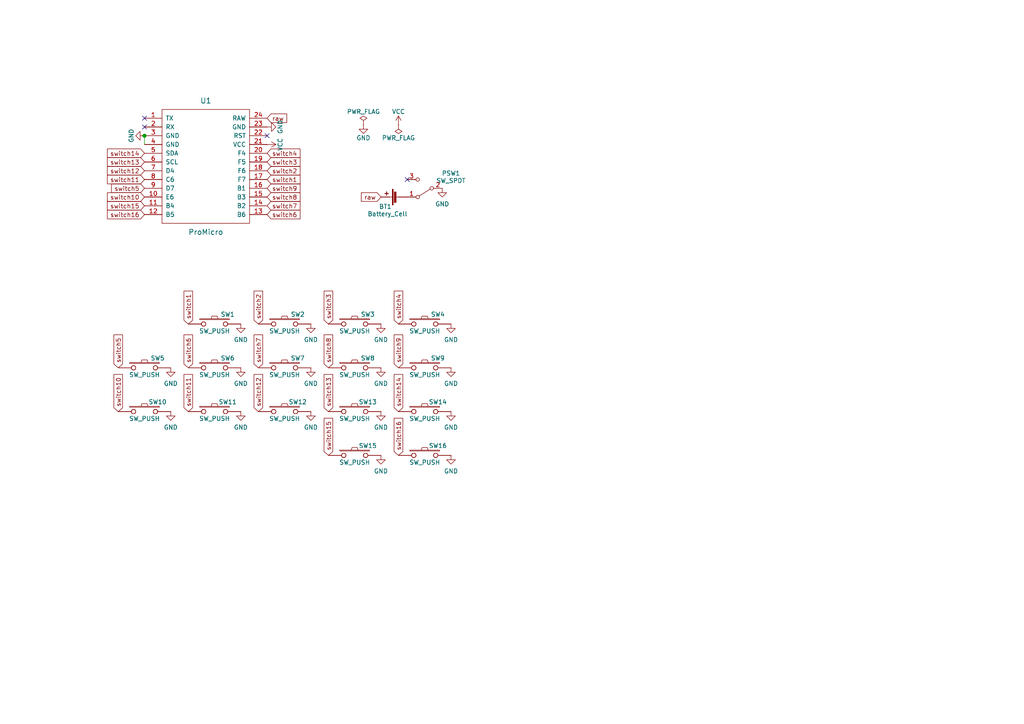
<source format=kicad_sch>
(kicad_sch (version 20210621) (generator eeschema)
  (paper "A4")
  (title_block (title "Hornet") (date "2021-10-11") (rev "0.1") (company "jmnw"))
  (lib_symbols
    (symbol "Device:Battery_Cell" (pin_numbers hide) (pin_names (offset 0) hide)
      (property "Reference" "BT" (at 2.54 2.54 0))
      (property "Value" "Battery_Cell" (at 2.54 0 0))
      (symbol "Battery_Cell_0_1"
        (rectangle (start -2.286 1.778) (end 2.286 1.524) (fill (type outline)))
        (rectangle (start -1.5748 1.1938) (end 1.4732 0.6858) (fill (type outline)))
        (polyline (pts (xy 0 0.762) (xy 0 0)))
        (polyline (pts (xy 0 1.778) (xy 0 2.54)))
        (polyline (pts (xy 0.508 3.429) (xy 1.524 3.429)) (stroke (width 0.254)))
        (polyline (pts (xy 1.016 3.937) (xy 1.016 2.921)) (stroke (width 0.254)))
      )
      (symbol "Battery_Cell_1_1"
        (pin passive line (at 0 5.08 270) (length 2.54) (name "+") (number "1"))
        (pin passive line (at 0 -2.54 90) (length 2.54) (name "-") (number "2"))
      )
    )
    (symbol "Switch:SW_SPDT" (pin_names (offset 0) hide)
      (property "Reference" "SW" (at 0 4.318 0))
      (property "Value" "SW_SPDT" (at 0 -5.08 0))
      (symbol "SW_SPDT_0_0"
        (circle (center -2.032 0) (radius 0.508))
        (circle (center 2.032 -2.54) (radius 0.508))
      )
      (symbol "SW_SPDT_0_1"
        (circle (center 2.032 2.54) (radius 0.508))
        (polyline (pts (xy -1.524 0.254) (xy 1.651 2.286)))
      )
      (symbol "SW_SPDT_1_1"
        (pin passive line (at 5.08 2.54 180) (length 2.54) (name "A") (number "1"))
        (pin passive line (at -5.08 0 0) (length 2.54) (name "B") (number "2"))
        (pin passive line (at 5.08 -2.54 180) (length 2.54) (name "C") (number "3"))
      )
    )
    (symbol "bugs:ProMicro-kbd" (pin_names (offset 1.016))
      (property "Reference" "U" (at 0 24.13 0))
      (property "Value" "ProMicro-kbd" (at 0 -13.97 0))
      (symbol "ProMicro-kbd_0_1"
        (rectangle (start -12.7 21.59) (end 12.7 -11.43))
      )
      (symbol "ProMicro-kbd_1_1"
        (pin bidirectional line (at -17.78 19.05 0) (length 5.08) (name "TX") (number "1"))
        (pin bidirectional line (at -17.78 -3.81 0) (length 5.08) (name "E6") (number "10"))
        (pin bidirectional line (at -17.78 -6.35 0) (length 5.08) (name "B4") (number "11"))
        (pin bidirectional line (at -17.78 -8.89 0) (length 5.08) (name "B5") (number "12"))
        (pin bidirectional line (at 17.78 -8.89 180) (length 5.08) (name "B6") (number "13"))
        (pin bidirectional line (at 17.78 -6.35 180) (length 5.08) (name "B2") (number "14"))
        (pin bidirectional line (at 17.78 -3.81 180) (length 5.08) (name "B3") (number "15"))
        (pin bidirectional line (at 17.78 -1.27 180) (length 5.08) (name "B1") (number "16"))
        (pin bidirectional line (at 17.78 1.27 180) (length 5.08) (name "F7") (number "17"))
        (pin bidirectional line (at 17.78 3.81 180) (length 5.08) (name "F6") (number "18"))
        (pin bidirectional line (at 17.78 6.35 180) (length 5.08) (name "F5") (number "19"))
        (pin bidirectional line (at -17.78 16.51 0) (length 5.08) (name "RX") (number "2"))
        (pin bidirectional line (at 17.78 8.89 180) (length 5.08) (name "F4") (number "20"))
        (pin power_in line (at 17.78 11.43 180) (length 5.08) (name "VCC") (number "21"))
        (pin input line (at 17.78 13.97 180) (length 5.08) (name "RST") (number "22"))
        (pin power_in line (at 17.78 16.51 180) (length 5.08) (name "GND") (number "23"))
        (pin power_out line (at 17.78 19.05 180) (length 5.08) (name "RAW") (number "24"))
        (pin power_in line (at -17.78 13.97 0) (length 5.08) (name "GND") (number "3"))
        (pin power_in line (at -17.78 11.43 0) (length 5.08) (name "GND") (number "4"))
        (pin bidirectional line (at -17.78 8.89 0) (length 5.08) (name "SDA") (number "5"))
        (pin bidirectional line (at -17.78 6.35 0) (length 5.08) (name "SCL") (number "6"))
        (pin bidirectional line (at -17.78 3.81 0) (length 5.08) (name "D4") (number "7"))
        (pin bidirectional line (at -17.78 1.27 0) (length 5.08) (name "C6") (number "8"))
        (pin bidirectional line (at -17.78 -1.27 0) (length 5.08) (name "D7") (number "9"))
      )
    )
    (symbol "bugs:SW_PUSH-kbd" (pin_numbers hide) (pin_names (offset 1.016) hide)
      (property "Reference" "SW" (at 3.81 2.794 0))
      (property "Value" "SW_PUSH-kbd" (at 0 -2.032 0))
      (symbol "SW_PUSH-kbd_0_1"
        (rectangle (start -4.318 1.27) (end 4.318 1.524))
        (polyline (pts (xy -1.016 1.524) (xy -0.762 2.286) (xy 0.762 2.286) (xy 1.016 1.524)))
        (pin passive inverted (at -7.62 0 0) (length 5.08) (name "1") (number "1"))
        (pin passive inverted (at 7.62 0 180) (length 5.08) (name "2") (number "2"))
      )
    )
    (symbol "knott:SW_PUSH-kbd" (pin_numbers hide) (pin_names (offset 1.016) hide)
      (property "Reference" "SW" (at 3.81 2.794 0))
      (property "Value" "SW_PUSH-kbd" (at 0 -2.032 0))
      (symbol "SW_PUSH-kbd_0_1"
        (rectangle (start -4.318 1.27) (end 4.318 1.524))
        (polyline (pts (xy -1.016 1.524) (xy -0.762 2.286) (xy 0.762 2.286) (xy 1.016 1.524)))
        (pin passive inverted (at -7.62 0 0) (length 5.08) (name "1") (number "1"))
        (pin passive inverted (at 7.62 0 180) (length 5.08) (name "2") (number "2"))
      )
    )
    (symbol "power:GND" (power) (pin_names (offset 0))
      (property "Value" "GND" (at 0 -3.81 0))
      (symbol "GND_0_1"
        (polyline (pts (xy 0 0) (xy 0 -1.27) (xy 1.27 -1.27) (xy 0 -2.54) (xy -1.27 -1.27) (xy 0 -1.27)))
      )
      (symbol "GND_1_1"
        (pin power_in line (at 0 0 270) (length 0) hide (name "GND") (number "1"))
      )
    )
    (symbol "power:PWR_FLAG" (power) (pin_numbers hide) (pin_names (offset 0) hide)
      (property "Value" "PWR_FLAG" (at 0 3.81 0))
      (symbol "PWR_FLAG_0_0"
        (pin power_out line (at 0 0 90) (length 0) (name "pwr") (number "1"))
      )
      (symbol "PWR_FLAG_0_1"
        (polyline (pts (xy 0 0) (xy 0 1.27) (xy -1.016 1.905) (xy 0 2.54) (xy 1.016 1.905) (xy 0 1.27)))
      )
    )
    (symbol "power:VCC" (power) (pin_names (offset 0))
      (property "Value" "VCC" (at 0 3.81 0))
      (symbol "VCC_0_1"
        (polyline (pts (xy -0.762 1.27) (xy 0 2.54)))
        (polyline (pts (xy 0 0) (xy 0 2.54)))
        (polyline (pts (xy 0 2.54) (xy 0.762 1.27)))
      )
      (symbol "VCC_1_1"
        (pin power_in line (at 0 0 90) (length 0) hide (name "VCC") (number "1"))
      )
    )
  )
  (junction (at 41.91 39.37) (diameter 1.016))
  (no_connect (at 41.91 34.29))
  (no_connect (at 41.91 36.83))
  (no_connect (at 77.47 39.37))
  (no_connect (at 118.11 52.07))
  (wire (pts (xy 41.91 39.37) (xy 41.91 41.91)))
  (global_label "switch5" (shape input) (at 34.29 106.68 90) (property "Intersheet References" "${INTERSHEET_REFS}" (effects hide)))
  (global_label "switch10" (shape input) (at 34.29 119.38 90) (property "Intersheet References" "${INTERSHEET_REFS}" (effects hide)))
  (global_label "switch14" (shape input) (at 41.91 44.45 180) (property "Intersheet References" "${INTERSHEET_REFS}" (effects hide)))
  (global_label "switch13" (shape input) (at 41.91 46.99 180) (property "Intersheet References" "${INTERSHEET_REFS}" (effects hide)))
  (global_label "switch12" (shape input) (at 41.91 49.53 180) (property "Intersheet References" "${INTERSHEET_REFS}" (effects hide)))
  (global_label "switch11" (shape input) (at 41.91 52.07 180) (property "Intersheet References" "${INTERSHEET_REFS}" (effects hide)))
  (global_label "switch5" (shape input) (at 41.91 54.61 180) (property "Intersheet References" "${INTERSHEET_REFS}" (effects hide)))
  (global_label "switch10" (shape input) (at 41.91 57.15 180) (property "Intersheet References" "${INTERSHEET_REFS}" (effects hide)))
  (global_label "switch15" (shape input) (at 41.91 59.69 180) (property "Intersheet References" "${INTERSHEET_REFS}" (effects hide)))
  (global_label "switch16" (shape input) (at 41.91 62.23 180) (property "Intersheet References" "${INTERSHEET_REFS}" (effects hide)))
  (global_label "switch1" (shape input) (at 54.61 93.98 90) (property "Intersheet References" "${INTERSHEET_REFS}" (effects hide)))
  (global_label "switch6" (shape input) (at 54.61 106.68 90) (property "Intersheet References" "${INTERSHEET_REFS}" (effects hide)))
  (global_label "switch11" (shape input) (at 54.61 119.38 90) (property "Intersheet References" "${INTERSHEET_REFS}" (effects hide)))
  (global_label "switch2" (shape input) (at 74.93 93.98 90) (property "Intersheet References" "${INTERSHEET_REFS}" (effects hide)))
  (global_label "switch7" (shape input) (at 74.93 106.68 90) (property "Intersheet References" "${INTERSHEET_REFS}" (effects hide)))
  (global_label "switch12" (shape input) (at 74.93 119.38 90) (property "Intersheet References" "${INTERSHEET_REFS}" (effects hide)))
  (global_label "raw" (shape input) (at 77.47 34.29 0) (property "Intersheet References" "${INTERSHEET_REFS}" (effects hide)))
  (global_label "switch4" (shape input) (at 77.47 44.45 0) (property "Intersheet References" "${INTERSHEET_REFS}" (effects hide)))
  (global_label "switch3" (shape input) (at 77.47 46.99 0) (property "Intersheet References" "${INTERSHEET_REFS}" (effects hide)))
  (global_label "switch2" (shape input) (at 77.47 49.53 0) (property "Intersheet References" "${INTERSHEET_REFS}" (effects hide)))
  (global_label "switch1" (shape input) (at 77.47 52.07 0) (property "Intersheet References" "${INTERSHEET_REFS}" (effects hide)))
  (global_label "switch9" (shape input) (at 77.47 54.61 0) (property "Intersheet References" "${INTERSHEET_REFS}" (effects hide)))
  (global_label "switch8" (shape input) (at 77.47 57.15 0) (property "Intersheet References" "${INTERSHEET_REFS}" (effects hide)))
  (global_label "switch7" (shape input) (at 77.47 59.69 0) (property "Intersheet References" "${INTERSHEET_REFS}" (effects hide)))
  (global_label "switch6" (shape input) (at 77.47 62.23 0) (property "Intersheet References" "${INTERSHEET_REFS}" (effects hide)))
  (global_label "switch3" (shape input) (at 95.25 93.98 90) (property "Intersheet References" "${INTERSHEET_REFS}" (effects hide)))
  (global_label "switch8" (shape input) (at 95.25 106.68 90) (property "Intersheet References" "${INTERSHEET_REFS}" (effects hide)))
  (global_label "switch13" (shape input) (at 95.25 119.38 90) (property "Intersheet References" "${INTERSHEET_REFS}" (effects hide)))
  (global_label "switch15" (shape input) (at 95.25 132.08 90) (property "Intersheet References" "${INTERSHEET_REFS}" (effects hide)))
  (global_label "raw" (shape input) (at 110.49 57.15 180) (property "Intersheet References" "${INTERSHEET_REFS}" (effects hide)))
  (global_label "switch4" (shape input) (at 115.57 93.98 90) (property "Intersheet References" "${INTERSHEET_REFS}" (effects hide)))
  (global_label "switch9" (shape input) (at 115.57 106.68 90) (property "Intersheet References" "${INTERSHEET_REFS}" (effects hide)))
  (global_label "switch14" (shape input) (at 115.57 119.38 90) (property "Intersheet References" "${INTERSHEET_REFS}" (effects hide)))
  (global_label "switch16" (shape input) (at 115.57 132.08 90) (property "Intersheet References" "${INTERSHEET_REFS}" (effects hide)))
  (symbol (lib_id "power:VCC") (at 77.47 41.91 270) (unit 1)
    (property "Reference" "#PWR023" (effects hide))
    (property "Value" "VCC" (at 81.28 41.91 0))
  )
  (symbol (lib_id "power:VCC") (at 115.57 36.195 0) (unit 1)
    (property "Reference" "#PWR04" (effects hide))
    (property "Value" "VCC" (at 115.57 32.385 0))
  )
  (symbol (lib_id "power:PWR_FLAG") (at 105.41 36.195 0) (unit 1)
    (property "Reference" "#FLG06" (effects hide))
    (property "Value" "PWR_FLAG" (at 105.41 32.385 0))
  )
  (symbol (lib_id "power:PWR_FLAG") (at 115.57 36.195 180) (unit 1)
    (property "Reference" "#FLG05" (effects hide))
    (property "Value" "PWR_FLAG" (at 115.57 40.005 0))
  )
  (symbol (lib_id "power:GND") (at 41.91 39.37 270) (unit 1)
    (property "Reference" "#PWR02" (effects hide))
    (property "Value" "GND" (at 38.1 39.37 0))
  )
  (symbol (lib_id "power:GND") (at 49.53 106.68 0) (unit 1)
    (property "Reference" "#PWR0110" (effects hide))
    (property "Value" "GND" (at 49.53 111.2426 0))
  )
  (symbol (lib_id "power:GND") (at 49.53 119.38 0) (unit 1)
    (property "Reference" "#PWR0111" (effects hide))
    (property "Value" "GND" (at 49.53 123.9426 0))
  )
  (symbol (lib_id "power:GND") (at 69.85 93.98 0) (unit 1)
    (property "Reference" "#PWR0105" (effects hide))
    (property "Value" "GND" (at 69.85 98.5426 0))
  )
  (symbol (lib_id "power:GND") (at 69.85 106.68 0) (unit 1)
    (property "Reference" "#PWR0107" (effects hide))
    (property "Value" "GND" (at 69.85 111.2426 0))
  )
  (symbol (lib_id "power:GND") (at 69.85 119.38 0) (unit 1)
    (property "Reference" "#PWR0102" (effects hide))
    (property "Value" "GND" (at 69.85 123.9426 0))
  )
  (symbol (lib_id "power:GND") (at 77.47 36.83 90) (unit 1)
    (property "Reference" "#PWR01" (effects hide))
    (property "Value" "GND" (at 81.28 36.83 0))
  )
  (symbol (lib_id "power:GND") (at 90.17 93.98 0) (unit 1)
    (property "Reference" "#PWR0104" (effects hide))
    (property "Value" "GND" (at 90.17 98.5426 0))
  )
  (symbol (lib_id "power:GND") (at 90.17 106.68 0) (unit 1)
    (property "Reference" "#PWR0103" (effects hide))
    (property "Value" "GND" (at 90.17 111.2426 0))
  )
  (symbol (lib_id "power:GND") (at 90.17 119.38 0) (unit 1)
    (property "Reference" "#PWR0116" (effects hide))
    (property "Value" "GND" (at 90.17 123.9426 0))
  )
  (symbol (lib_id "power:GND") (at 105.41 36.195 0) (unit 1)
    (property "Reference" "#PWR03" (effects hide))
    (property "Value" "GND" (at 105.41 40.005 0))
  )
  (symbol (lib_id "power:GND") (at 110.49 93.98 0) (unit 1)
    (property "Reference" "#PWR0114" (effects hide))
    (property "Value" "GND" (at 110.49 98.5426 0))
  )
  (symbol (lib_id "power:GND") (at 110.49 106.68 0) (unit 1)
    (property "Reference" "#PWR0117" (effects hide))
    (property "Value" "GND" (at 110.49 111.2426 0))
  )
  (symbol (lib_id "power:GND") (at 110.49 119.38 0) (unit 1)
    (property "Reference" "#PWR0115" (effects hide))
    (property "Value" "GND" (at 110.49 123.9426 0))
  )
  (symbol (lib_id "power:GND") (at 110.49 132.08 0) (unit 1)
    (property "Reference" "#PWR0118" (effects hide))
    (property "Value" "GND" (at 110.49 136.6426 0))
  )
  (symbol (lib_id "power:GND") (at 128.27 54.61 0) (unit 1)
    (property "Reference" "#PWR0101" (effects hide))
    (property "Value" "GND" (at 128.27 59.1726 0))
  )
  (symbol (lib_id "power:GND") (at 130.81 93.98 0) (unit 1)
    (property "Reference" "#PWR0108" (effects hide))
    (property "Value" "GND" (at 130.81 98.5426 0))
  )
  (symbol (lib_id "power:GND") (at 130.81 106.68 0) (unit 1)
    (property "Reference" "#PWR0109" (effects hide))
    (property "Value" "GND" (at 130.81 111.2426 0))
  )
  (symbol (lib_id "power:GND") (at 130.81 119.38 0) (unit 1)
    (property "Reference" "#PWR0112" (effects hide))
    (property "Value" "GND" (at 130.81 123.9426 0))
  )
  (symbol (lib_id "power:GND") (at 130.81 132.08 0) (unit 1)
    (property "Reference" "#PWR0106" (effects hide))
    (property "Value" "GND" (at 130.81 136.6426 0))
  )
  (symbol (lib_id "Device:Battery_Cell") (at 115.57 57.15 90) (unit 1)
    (property "Reference" "BT1" (at 111.76 59.9144 90))
    (property "Value" "Battery_Cell" (at 112.395 62.0545 90))
    (property "Footprint" "bugs:Battery_pads_reversible" (effects hide))
  )
  (symbol (lib_id "knott:SW_PUSH-kbd") (at 41.91 106.68 0) (unit 1)
    (property "Reference" "SW5" (at 45.72 103.886 0))
    (property "Value" "SW_PUSH" (at 41.91 108.712 0))
    (property "Footprint" "bugs:Choc_reversible" (effects hide))
  )
  (symbol (lib_id "knott:SW_PUSH-kbd") (at 41.91 119.38 0) (unit 1)
    (property "Reference" "SW10" (at 45.72 116.586 0))
    (property "Value" "SW_PUSH" (at 41.91 121.412 0))
    (property "Footprint" "bugs:Choc_reversible" (effects hide))
  )
  (symbol (lib_id "bugs:SW_PUSH-kbd") (at 62.23 93.98 0) (unit 1)
    (property "Reference" "SW1" (at 66.04 91.186 0))
    (property "Value" "SW_PUSH" (at 62.23 96.012 0))
    (property "Footprint" "bugs:Choc_reversible" (effects hide))
  )
  (symbol (lib_id "knott:SW_PUSH-kbd") (at 62.23 106.68 0) (unit 1)
    (property "Reference" "SW6" (at 66.04 103.886 0))
    (property "Value" "SW_PUSH" (at 62.23 108.712 0))
    (property "Footprint" "bugs:Choc_reversible" (effects hide))
  )
  (symbol (lib_id "knott:SW_PUSH-kbd") (at 62.23 119.38 0) (unit 1)
    (property "Reference" "SW11" (at 66.04 116.586 0))
    (property "Value" "SW_PUSH" (at 62.23 121.412 0))
    (property "Footprint" "bugs:Choc_reversible" (effects hide))
  )
  (symbol (lib_id "knott:SW_PUSH-kbd") (at 82.55 93.98 0) (unit 1)
    (property "Reference" "SW2" (at 86.36 91.186 0))
    (property "Value" "SW_PUSH" (at 82.55 96.012 0))
    (property "Footprint" "bugs:Choc_reversible" (effects hide))
  )
  (symbol (lib_id "knott:SW_PUSH-kbd") (at 82.55 106.68 0) (unit 1)
    (property "Reference" "SW7" (at 86.36 103.886 0))
    (property "Value" "SW_PUSH" (at 82.55 108.712 0))
    (property "Footprint" "bugs:Choc_reversible" (effects hide))
  )
  (symbol (lib_id "knott:SW_PUSH-kbd") (at 82.55 119.38 0) (unit 1)
    (property "Reference" "SW12" (at 86.36 116.586 0))
    (property "Value" "SW_PUSH" (at 82.55 121.412 0))
    (property "Footprint" "bugs:Choc_reversible" (effects hide))
  )
  (symbol (lib_id "knott:SW_PUSH-kbd") (at 102.87 93.98 0) (unit 1)
    (property "Reference" "SW3" (at 106.68 91.186 0))
    (property "Value" "SW_PUSH" (at 102.87 96.012 0))
    (property "Footprint" "bugs:Choc_reversible" (effects hide))
  )
  (symbol (lib_id "knott:SW_PUSH-kbd") (at 102.87 106.68 0) (unit 1)
    (property "Reference" "SW8" (at 106.68 103.886 0))
    (property "Value" "SW_PUSH" (at 102.87 108.712 0))
    (property "Footprint" "bugs:Choc_reversible" (effects hide))
  )
  (symbol (lib_id "knott:SW_PUSH-kbd") (at 102.87 119.38 0) (unit 1)
    (property "Reference" "SW13" (at 106.68 116.586 0))
    (property "Value" "SW_PUSH" (at 102.87 121.412 0))
    (property "Footprint" "bugs:Choc_reversible" (effects hide))
  )
  (symbol (lib_id "knott:SW_PUSH-kbd") (at 102.87 132.08 0) (unit 1)
    (property "Reference" "SW15" (at 106.68 129.286 0))
    (property "Value" "SW_PUSH" (at 102.87 134.112 0))
    (property "Footprint" "bugs:Choc_reversible" (effects hide))
  )
  (symbol (lib_id "knott:SW_PUSH-kbd") (at 123.19 93.98 0) (unit 1)
    (property "Reference" "SW4" (at 127 91.186 0))
    (property "Value" "SW_PUSH" (at 123.19 96.012 0))
    (property "Footprint" "bugs:Choc_reversible" (effects hide))
  )
  (symbol (lib_id "knott:SW_PUSH-kbd") (at 123.19 106.68 0) (unit 1)
    (property "Reference" "SW9" (at 127 103.886 0))
    (property "Value" "SW_PUSH" (at 123.19 108.712 0))
    (property "Footprint" "bugs:Choc_reversible" (effects hide))
  )
  (symbol (lib_id "knott:SW_PUSH-kbd") (at 123.19 119.38 0) (unit 1)
    (property "Reference" "SW14" (at 127 116.586 0))
    (property "Value" "SW_PUSH" (at 123.19 121.412 0))
    (property "Footprint" "bugs:Choc_reversible" (effects hide))
  )
  (symbol (lib_id "knott:SW_PUSH-kbd") (at 123.19 132.08 0) (unit 1)
    (property "Reference" "SW16" (at 127 129.286 0))
    (property "Value" "SW_PUSH" (at 123.19 134.112 0))
    (property "Footprint" "bugs:Choc_reversible" (effects hide))
  )
  (symbol (lib_id "Switch:SW_SPDT") (at 123.19 54.61 180) (unit 1)
    (property "Reference" "PSW1" (at 130.81 50.2624 0))
    (property "Value" "SW_SPDT" (at 130.81 52.4025 0))
    (property "Footprint" "bugs:Power_reversible" (effects hide))
  )
  (symbol (lib_id "bugs:ProMicro-kbd") (at 59.69 53.34 0) (unit 1)
    (property "Reference" "U1" (at 59.69 29.21 0) (effects (font (size 1.524 1.524))))
    (property "Value" "ProMicro" (at 59.69 67.31 0) (effects (font (size 1.524 1.524))))
    (property "Footprint" "jmnw:ProMicro_sing-rev" (effects hide))
  )
)
</source>
